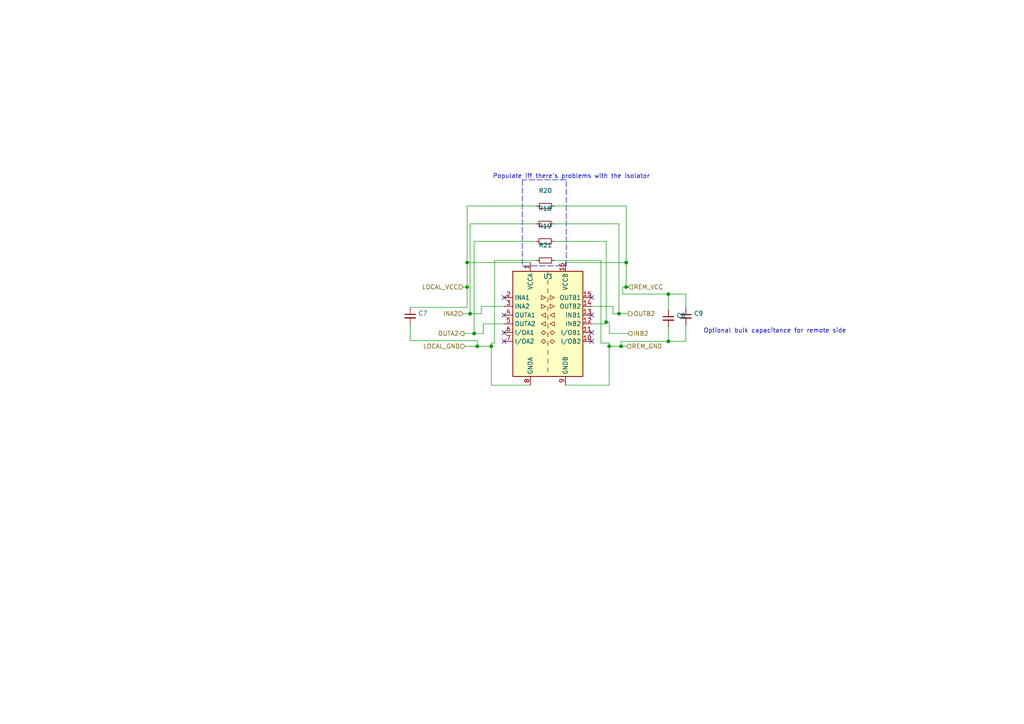
<source format=kicad_sch>
(kicad_sch (version 20211123) (generator eeschema)
  (paper "A4")
  (lib_symbols
    (symbol "Device:C_Small" (pin_numbers hide) (pin_names (offset 0.254) hide)
      (property "Reference" "C" (at 0.254 1.778 0))
      (property "Value" "C_Small" (at 0.254 -2.032 0))
      (symbol "C_Small_0_1"
        (polyline (pts (xy -1.524 -0.508) (xy 1.524 -0.508)) (stroke (width 0.3302)))
        (polyline (pts (xy -1.524 0.508) (xy 1.524 0.508)) (stroke (width 0.3048)))
      )
      (symbol "C_Small_1_1"
        (pin passive line (at 0 2.54 270) (length 2.032) (name "~") (number "1"))
        (pin passive line (at 0 -2.54 90) (length 2.032) (name "~") (number "2"))
      )
    )
    (symbol "Device:R_Small" (pin_numbers hide) (pin_names (offset 0.254) hide)
      (property "Reference" "R" (at 0.762 0.508 0))
      (property "Value" "R_Small" (at 0.762 -1.016 0))
      (symbol "R_Small_0_1"
        (rectangle (start -0.762 1.778) (end 0.762 -1.778) (stroke (width 0.2032)))
      )
      (symbol "R_Small_1_1"
        (pin passive line (at 0 2.54 270) (length 0.762) (name "~") (number "1"))
        (pin passive line (at 0 -2.54 90) (length 0.762) (name "~") (number "2"))
      )
    )
    (symbol "Isolator:MAX14850AEE+"
      (property "Reference" "U" (at -9.525 16.51 0))
      (property "Value" "MAX14850AEE+" (at 13.335 16.51 0))
      (symbol "MAX14850AEE+_0_1"
        (rectangle (start -10.16 15.24) (end 10.16 -15.24) (stroke (width 0.254)) (fill (type background)))
        (polyline (pts (xy 0 -12.7) (xy 0 -13.97)))
        (polyline (pts (xy 0 -10.16) (xy 0 -11.43)))
        (polyline (pts (xy 0 -7.62) (xy 0 -8.89)))
        (polyline (pts (xy 0 -5.08) (xy 0 -6.35)))
        (polyline (pts (xy 0 -2.54) (xy 0 -3.81)))
        (polyline (pts (xy 0 0) (xy 0 -1.27)))
        (polyline (pts (xy 0 2.54) (xy 0 1.27)))
        (polyline (pts (xy 0 5.08) (xy 0 3.81)))
        (polyline (pts (xy 0 7.62) (xy 0 6.35)))
        (polyline (pts (xy 0 10.16) (xy 0 8.89)))
        (polyline (pts (xy 0 12.7) (xy 0 11.43)))
        (polyline (pts (xy 0 15.24) (xy 0 13.97)))
        (polyline (pts (xy -1.905 5.715) (xy -1.905 4.445) (xy -0.635 5.08) (xy -1.905 5.715)))
        (polyline (pts (xy -1.905 8.255) (xy -1.905 6.985) (xy -0.635 7.62) (xy -1.905 8.255)))
        (polyline (pts (xy -0.635 -0.635) (xy -0.635 0.635) (xy -1.905 0) (xy -0.635 -0.635)))
        (polyline (pts (xy -0.635 1.905) (xy -0.635 3.175) (xy -1.905 2.54) (xy -0.635 1.905)))
        (polyline (pts (xy 0.635 5.715) (xy 0.635 4.445) (xy 1.905 5.08) (xy 0.635 5.715)))
        (polyline (pts (xy 0.635 8.255) (xy 0.635 6.985) (xy 1.905 7.62) (xy 0.635 8.255)))
        (polyline (pts (xy 1.905 -0.635) (xy 1.905 0.635) (xy 0.635 0) (xy 1.905 -0.635)))
        (polyline (pts (xy 1.905 1.905) (xy 1.905 3.175) (xy 0.635 2.54) (xy 1.905 1.905)))
        (polyline (pts (xy -1.27 -4.445) (xy -1.905 -5.08) (xy -1.27 -5.715) (xy -0.635 -5.08) (xy -1.27 -4.445)))
        (polyline (pts (xy -1.27 -1.905) (xy -1.905 -2.54) (xy -1.27 -3.175) (xy -0.635 -2.54) (xy -1.27 -1.905)))
        (polyline (pts (xy 1.27 -4.445) (xy 0.635 -5.08) (xy 1.27 -5.715) (xy 1.905 -5.08) (xy 1.27 -4.445)))
        (polyline (pts (xy 1.27 -1.905) (xy 0.635 -2.54) (xy 1.27 -3.175) (xy 1.905 -2.54) (xy 1.27 -1.905)))
      )
      (symbol "MAX14850AEE+_1_1"
        (pin power_in line (at -5.08 17.78 270) (length 2.54) (name "VCCA") (number "1"))
        (pin bidirectional line (at 12.7 -5.08 180) (length 2.54) (name "I/OB2") (number "10"))
        (pin bidirectional line (at 12.7 -2.54 180) (length 2.54) (name "I/OB1") (number "11"))
        (pin input line (at 12.7 0 180) (length 2.54) (name "INB2") (number "12"))
        (pin input line (at 12.7 2.54 180) (length 2.54) (name "INB1") (number "13"))
        (pin output line (at 12.7 5.08 180) (length 2.54) (name "OUTB2") (number "14"))
        (pin output line (at 12.7 7.62 180) (length 2.54) (name "OUTB1") (number "15"))
        (pin power_in line (at 5.08 17.78 270) (length 2.54) (name "VCCB") (number "16"))
        (pin input line (at -12.7 7.62 0) (length 2.54) (name "INA1") (number "2"))
        (pin input line (at -12.7 5.08 0) (length 2.54) (name "INA2") (number "3"))
        (pin output line (at -12.7 2.54 0) (length 2.54) (name "OUTA1") (number "4"))
        (pin output line (at -12.7 0 0) (length 2.54) (name "OUTA2") (number "5"))
        (pin bidirectional line (at -12.7 -2.54 0) (length 2.54) (name "I/OA1") (number "6"))
        (pin bidirectional line (at -12.7 -5.08 0) (length 2.54) (name "I/OA2") (number "7"))
        (pin power_in line (at -5.08 -17.78 90) (length 2.54) (name "GNDA") (number "8"))
        (pin power_in line (at 5.08 -17.78 90) (length 2.54) (name "GNDB") (number "9"))
      )
    )
  )
  (junction (at 180.1368 100.4316))
  (junction (at 138.43 100.4316))
  (junction (at 181.61 83.2612))
  (junction (at 176.6824 100.4316))
  (junction (at 193.8528 85.2932))
  (junction (at 135.4836 83.2612))
  (junction (at 135.4836 76.1492))
  (junction (at 175.8188 93.4212))
  (junction (at 179.5272 90.9828))
  (junction (at 181.61 76.1492))
  (junction (at 142.494 100.4316))
  (junction (at 193.8528 99.0092))
  (junction (at 136.3472 90.9828))
  (junction (at 137.5156 96.7232))
  (no_connect (at 171.6024 99.0092))
  (no_connect (at 171.6024 96.4692))
  (no_connect (at 146.2024 96.4692))
  (no_connect (at 146.2024 99.0092))
  (no_connect (at 171.6024 86.3092))
  (no_connect (at 171.6024 91.3892))
  (no_connect (at 146.2024 86.3092))
  (no_connect (at 146.2024 91.3892))
  (wire (pts (xy 175.8188 93.9292) (xy 175.8188 93.4212)))
  (wire (pts (xy 140.1572 93.9292) (xy 140.1572 96.7232)))
  (wire (pts (xy 193.8528 85.2932) (xy 198.9328 85.2932)))
  (wire (pts (xy 176.6824 111.7092) (xy 176.6824 100.4316)))
  (wire (pts (xy 134.366 90.9828) (xy 136.3472 90.9828)))
  (wire (pts (xy 180.594 85.2932) (xy 193.8528 85.2932)))
  (wire (pts (xy 177.8 90.9828) (xy 179.5272 90.9828)))
  (polyline (pts (xy 154.2288 77.1144) (xy 164.2364 77.1144)))
  (wire (pts (xy 155.5496 70.0024) (xy 137.5156 70.0024)))
  (wire (pts (xy 176.6316 100.4316) (xy 176.6316 99.5172)))
  (wire (pts (xy 155.5496 64.9224) (xy 136.3472 64.9224)))
  (wire (pts (xy 180.1368 100.4316) (xy 181.7116 100.4316)))
  (polyline (pts (xy 151.4856 77.1144) (xy 154.2288 77.1144)))
  (wire (pts (xy 176.7332 96.7232) (xy 182.0672 96.7232)))
  (wire (pts (xy 160.6296 70.0024) (xy 175.8188 70.0024)))
  (wire (pts (xy 118.9736 89.154) (xy 135.4836 89.154)))
  (wire (pts (xy 179.5272 90.9828) (xy 182.2704 90.9828)))
  (wire (pts (xy 137.5156 96.7232) (xy 134.5692 96.7232)))
  (wire (pts (xy 193.8528 99.0092) (xy 198.9328 99.0092)))
  (wire (pts (xy 140.1572 96.7232) (xy 137.5156 96.7232)))
  (wire (pts (xy 135.4836 76.1492) (xy 135.4836 83.2612)))
  (wire (pts (xy 155.6512 75.5396) (xy 143.4592 75.5396)))
  (wire (pts (xy 171.6024 93.9292) (xy 175.8188 93.9292)))
  (wire (pts (xy 143.4084 86.5632) (xy 143.4592 86.5632)))
  (wire (pts (xy 176.6824 100.4316) (xy 180.1368 100.4316)))
  (wire (pts (xy 193.8528 89.8144) (xy 193.8528 85.2932)))
  (wire (pts (xy 180.594 85.2932) (xy 180.594 83.2612)))
  (wire (pts (xy 139.5984 88.8492) (xy 139.5984 90.9828)))
  (wire (pts (xy 160.7312 75.5396) (xy 174.2948 75.5396)))
  (wire (pts (xy 142.494 100.4316) (xy 142.494 111.7092)))
  (wire (pts (xy 142.494 99.5172) (xy 142.494 100.4316)))
  (wire (pts (xy 175.8188 70.0024) (xy 175.8188 93.4212)))
  (wire (pts (xy 177.8 88.8492) (xy 177.8 90.9828)))
  (wire (pts (xy 193.8528 94.8944) (xy 193.8528 99.0092)))
  (wire (pts (xy 163.9824 76.1492) (xy 181.61 76.1492)))
  (wire (pts (xy 138.43 98.806) (xy 138.43 100.4316)))
  (wire (pts (xy 179.5272 64.9224) (xy 179.5272 90.9828)))
  (wire (pts (xy 160.6296 64.9224) (xy 179.5272 64.9224)))
  (wire (pts (xy 146.2024 93.9292) (xy 140.1572 93.9292)))
  (wire (pts (xy 146.2024 88.8492) (xy 139.5984 88.8492)))
  (wire (pts (xy 174.2948 75.5396) (xy 174.2948 99.5172)))
  (wire (pts (xy 153.8224 76.1492) (xy 135.4836 76.1492)))
  (wire (pts (xy 171.6024 88.8492) (xy 177.8 88.8492)))
  (wire (pts (xy 135.4836 59.7408) (xy 135.4836 76.1492)))
  (polyline (pts (xy 164.2364 77.1144) (xy 164.2364 52.1716)))
  (wire (pts (xy 118.9736 94.234) (xy 118.9736 98.806)))
  (wire (pts (xy 118.9736 98.806) (xy 138.43 98.806)))
  (wire (pts (xy 163.9824 111.7092) (xy 176.6824 111.7092)))
  (polyline (pts (xy 164.2364 52.1716) (xy 151.4856 52.1716)))
  (wire (pts (xy 193.8528 99.0092) (xy 180.1368 99.0092)))
  (wire (pts (xy 180.594 83.2612) (xy 181.61 83.2612)))
  (wire (pts (xy 176.7332 93.4212) (xy 176.7332 96.7232)))
  (wire (pts (xy 198.9328 94.2848) (xy 198.9328 99.0092)))
  (wire (pts (xy 155.6512 59.7408) (xy 135.4836 59.7408)))
  (wire (pts (xy 142.494 111.7092) (xy 153.8224 111.7092)))
  (wire (pts (xy 160.7312 59.7408) (xy 181.61 59.7408)))
  (wire (pts (xy 180.1368 99.0092) (xy 180.1368 100.4316)))
  (wire (pts (xy 176.6316 100.4316) (xy 176.6824 100.4316)))
  (wire (pts (xy 181.61 76.1492) (xy 181.61 83.2612)))
  (wire (pts (xy 176.6316 99.5172) (xy 174.2948 99.5172)))
  (wire (pts (xy 198.9328 89.2048) (xy 198.9328 85.2932)))
  (wire (pts (xy 134.9248 100.4316) (xy 138.43 100.4316)))
  (wire (pts (xy 135.4836 83.2612) (xy 134.366 83.2612)))
  (wire (pts (xy 137.5156 70.0024) (xy 137.5156 96.7232)))
  (wire (pts (xy 143.4084 99.5172) (xy 142.494 99.5172)))
  (wire (pts (xy 181.61 83.2612) (xy 182.2704 83.2612)))
  (polyline (pts (xy 151.4856 52.1716) (xy 151.4856 77.1144)))
  (wire (pts (xy 143.4592 75.5396) (xy 143.4592 86.5632)))
  (wire (pts (xy 136.3472 64.9224) (xy 136.3472 90.9828)))
  (wire (pts (xy 136.3472 90.9828) (xy 139.5984 90.9828)))
  (wire (pts (xy 143.4084 86.5632) (xy 143.4084 99.5172)))
  (wire (pts (xy 181.61 59.7408) (xy 181.61 76.1492)))
  (wire (pts (xy 135.4836 89.154) (xy 135.4836 83.2612)))
  (wire (pts (xy 175.8188 93.4212) (xy 176.7332 93.4212)))
  (wire (pts (xy 138.43 100.4316) (xy 142.494 100.4316)))
  (text "Populate iff there's problems with the isolator" (at 142.9004 51.9684 0) (effects (font (size 1.27 1.27)) (justify left bottom)))
  (text "Optional bulk capacitance for remote side" (at 204.0128 96.774 0) (effects (font (size 1.27 1.27)) (justify left bottom)))
  (hierarchical_label "INB2" (shape input) (at 182.0672 96.7232 0))
  (hierarchical_label "REM_GND" (shape input) (at 181.7116 100.4316 0))
  (hierarchical_label "OUTA2" (shape output) (at 134.5692 96.7232 180))
  (hierarchical_label "REM_VCC" (shape input) (at 182.2704 83.2612 0))
  (hierarchical_label "LOCAL_GND" (shape input) (at 134.9248 100.4316 180))
  (hierarchical_label "INA2" (shape input) (at 134.366 90.9828 180))
  (hierarchical_label "OUTB2" (shape output) (at 182.2704 90.9828 0))
  (hierarchical_label "LOCAL_VCC" (shape input) (at 134.366 83.2612 180))
  (symbol (lib_id "Device:R_Small") (at 158.1912 75.5396 270) (unit 1)
    (property "Reference" "R21" (at 158.1912 71.1032 90))
    (property "Datasheet" "soldering iron melts solder on two pins together, boom you have a 0 ohm R" (effects hide))
  )
  (symbol (lib_id "Device:R_Small") (at 158.0896 70.0024 270) (unit 1)
    (property "Reference" "R19" (at 158.0896 65.566 90))
    (property "Datasheet" "soldering iron melts solder on two pins together, boom you have a 0 ohm R" (effects hide))
  )
  (symbol (lib_id "Device:C_Small") (at 193.8528 92.3544 0) (unit 1)
    (property "Reference" "C8" (at 196.1769 91.526 0) (effects (justify left)))
    (property "Datasheet" "https://www.mouser.ch/ProductDetail/Samsung-Electro-Mechanics/CL10B104JB8NNNC?qs=349EhDEZ59oLEw5wc1qvGw%3D%3D" (effects hide))
  )
  (symbol (lib_id "Device:C_Small") (at 198.9328 91.7448 0) (unit 1)
    (property "Reference" "C9" (at 201.2569 90.9164 0) (effects (justify left)))
    (property "Datasheet" "https://www.mouser.ch/ProductDetail/Samsung-Electro-Mechanics/CL10A225KQ8NNNC?qs=hqM3L16%252Bxld0MzUUBSMu4A%3D%3D" (effects hide))
  )
  (symbol (lib_id "Device:R_Small") (at 158.0896 64.9224 270) (unit 1)
    (property "Reference" "R18" (at 158.0896 60.486 90))
    (property "Datasheet" "soldering iron melts solder on two pins together, boom you have a 0 ohm R" (effects hide))
  )
  (symbol (lib_id "Device:R_Small") (at 158.1912 59.7408 270) (unit 1)
    (property "Reference" "R20" (at 158.1912 55.3044 90))
    (property "Datasheet" "soldering iron melts solder on two pins together, boom you have a 0 ohm R" (effects hide))
  )
  (symbol (lib_id "Isolator:MAX14850AEE+") (at 158.9024 93.9292 0) (unit 1)
    (property "Reference" "U3" (at 158.9024 80.1964 0))
    (property "Datasheet" "https://datasheets.maximintegrated.com/en/ds/MAX14850.pdf" (effects hide))
  )
  (symbol (lib_id "Device:C_Small") (at 118.9736 91.694 0) (unit 1)
    (property "Reference" "C7" (at 121.2977 90.8656 0) (effects (justify left)))
    (property "Datasheet" "https://www.mouser.ch/ProductDetail/Samsung-Electro-Mechanics/CL10B104JB8NNNC?qs=349EhDEZ59oLEw5wc1qvGw%3D%3D" (effects hide))
  )
)
</source>
